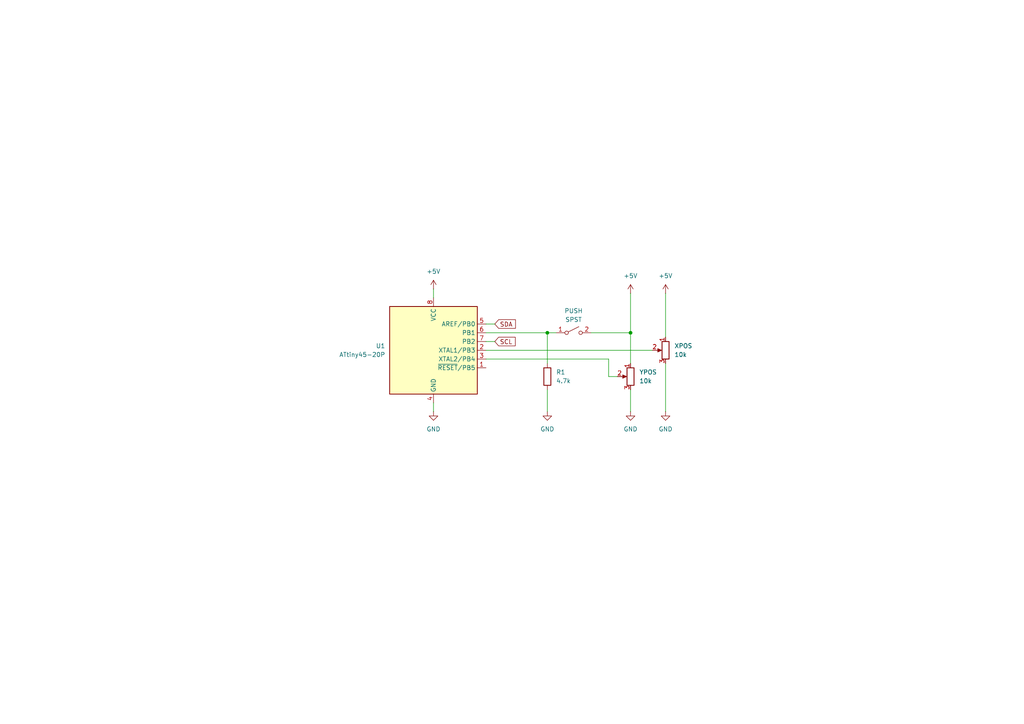
<source format=kicad_sch>
(kicad_sch (version 20231120) (generator "eeschema") (generator_version "8.0")
  (paper "A4")
  (lib_symbols
    (symbol "Device:R" (pin_numbers hide) (pin_names (offset 0))
      (property "Reference" "R" (at 2.032 0 90))
      (property "Value" "R" (at 0 0 90))
      (symbol "R_0_1"
        (rectangle (start -1.016 -2.54) (end 1.016 2.54) (stroke (width 0.254)))
      )
      (symbol "R_1_1"
        (pin passive line (at 0 3.81 270) (length 1.27) (name "~") (number "1"))
        (pin passive line (at 0 -3.81 90) (length 1.27) (name "~") (number "2"))
      )
    )
    (symbol "Device:R_Potentiometer" (pin_names (offset 1.016) hide)
      (property "Reference" "RV" (at -4.445 0 90))
      (property "Value" "R_Potentiometer" (at -2.54 0 90))
      (symbol "R_Potentiometer_0_1"
        (polyline (pts (xy 2.54 0) (xy 1.524 0)))
        (polyline (pts (xy 1.143 0) (xy 2.286 0.508) (xy 2.286 -0.508) (xy 1.143 0)) (fill (type outline)))
        (rectangle (start 1.016 2.54) (end -1.016 -2.54) (stroke (width 0.254)))
      )
      (symbol "R_Potentiometer_1_1"
        (pin passive line (at 0 3.81 270) (length 1.27) (name "1") (number "1"))
        (pin passive line (at 3.81 0 180) (length 1.27) (name "2") (number "2"))
        (pin passive line (at 0 -3.81 90) (length 1.27) (name "3") (number "3"))
      )
    )
    (symbol "MCU_Microchip_ATtiny:ATtiny45-20P"
      (property "Reference" "U" (at -12.7 13.97 0))
      (property "Value" "ATtiny45-20P" (at 2.54 -13.97 0))
      (symbol "ATtiny45-20P_0_1"
        (rectangle (start -12.7 -12.7) (end 12.7 12.7) (stroke (width 0.254)) (fill (type background)))
      )
      (symbol "ATtiny45-20P_1_1"
        (pin bidirectional line (at 15.24 -5.08 180) (length 2.54) (name "~{RESET}/PB5") (number "1"))
        (pin bidirectional line (at 15.24 0 180) (length 2.54) (name "XTAL1/PB3") (number "2"))
        (pin bidirectional line (at 15.24 -2.54 180) (length 2.54) (name "XTAL2/PB4") (number "3"))
        (pin power_in line (at 0 -15.24 90) (length 2.54) (name "GND") (number "4"))
        (pin bidirectional line (at 15.24 7.62 180) (length 2.54) (name "AREF/PB0") (number "5"))
        (pin bidirectional line (at 15.24 5.08 180) (length 2.54) (name "PB1") (number "6"))
        (pin bidirectional line (at 15.24 2.54 180) (length 2.54) (name "PB2") (number "7"))
        (pin power_in line (at 0 15.24 270) (length 2.54) (name "VCC") (number "8"))
      )
    )
    (symbol "Switch:SW_SPST" (pin_names (offset 0) hide)
      (property "Reference" "SW" (at 0 3.175 0))
      (property "Value" "SW_SPST" (at 0 -2.54 0))
      (symbol "SW_SPST_0_0"
        (circle (center -2.032 0) (radius 0.508))
        (polyline (pts (xy -1.524 0.254) (xy 1.524 1.778)))
        (circle (center 2.032 0) (radius 0.508))
      )
      (symbol "SW_SPST_1_1"
        (pin passive line (at -5.08 0 0) (length 2.54) (name "A") (number "1"))
        (pin passive line (at 5.08 0 180) (length 2.54) (name "B") (number "2"))
      )
    )
    (symbol "power:+5V" (power) (pin_numbers hide) (pin_names (offset 0) hide)
      (property "Value" "+5V" (at 0 3.556 0))
      (symbol "+5V_0_1"
        (polyline (pts (xy -0.762 1.27) (xy 0 2.54)))
        (polyline (pts (xy 0 0) (xy 0 2.54)))
        (polyline (pts (xy 0 2.54) (xy 0.762 1.27)))
      )
      (symbol "+5V_1_1"
        (pin power_in line (at 0 0 90) (length 0) (name "~") (number "1"))
      )
    )
    (symbol "power:GND" (power) (pin_numbers hide) (pin_names (offset 0) hide)
      (property "Value" "GND" (at 0 -3.81 0))
      (symbol "GND_0_1"
        (polyline (pts (xy 0 0) (xy 0 -1.27) (xy 1.27 -1.27) (xy 0 -2.54) (xy -1.27 -1.27) (xy 0 -1.27)))
      )
      (symbol "GND_1_1"
        (pin power_in line (at 0 0 270) (length 0) (name "~") (number "1"))
      )
    )
  )
  (junction (at 158.75 96.52))
  (junction (at 182.88 96.52))
  (wire (pts (xy 140.97 96.52) (xy 158.75 96.52)))
  (wire (pts (xy 182.88 85.09) (xy 182.88 96.52)))
  (wire (pts (xy 176.53 104.14) (xy 176.53 109.22)))
  (wire (pts (xy 125.73 83.82) (xy 125.73 86.36)))
  (wire (pts (xy 140.97 101.6) (xy 189.23 101.6)))
  (wire (pts (xy 158.75 113.03) (xy 158.75 119.38)))
  (wire (pts (xy 158.75 96.52) (xy 158.75 105.41)))
  (wire (pts (xy 158.75 96.52) (xy 161.29 96.52)))
  (wire (pts (xy 140.97 104.14) (xy 176.53 104.14)))
  (wire (pts (xy 140.97 93.98) (xy 143.51 93.98)))
  (wire (pts (xy 140.97 99.06) (xy 143.51 99.06)))
  (wire (pts (xy 125.73 116.84) (xy 125.73 119.38)))
  (wire (pts (xy 193.04 85.09) (xy 193.04 97.79)))
  (wire (pts (xy 182.88 96.52) (xy 182.88 105.41)))
  (wire (pts (xy 176.53 109.22) (xy 179.07 109.22)))
  (wire (pts (xy 182.88 113.03) (xy 182.88 119.38)))
  (wire (pts (xy 171.45 96.52) (xy 182.88 96.52)))
  (wire (pts (xy 193.04 105.41) (xy 193.04 119.38)))
  (global_label "SDA" (shape input) (at 143.51 93.98 0) (property "Intersheetrefs" "${INTERSHEET_REFS}" (effects (hide yes))))
  (global_label "SCL" (shape input) (at 143.51 99.06 0) (property "Intersheetrefs" "${INTERSHEET_REFS}" (effects (hide yes))))
  (symbol (lib_id "power:GND") (at 125.73 119.38 0) (unit 1)
    (property "Reference" "#PWR02" (effects (hide yes)))
    (property "Value" "GND" (at 125.73 124.46 0))
    (property "Description" "Power symbol creates a global label with name \"GND\" , ground" (effects (hide yes)))
  )
  (symbol (lib_id "power:GND") (at 182.88 119.38 0) (unit 1)
    (property "Reference" "#PWR03" (effects (hide yes)))
    (property "Value" "GND" (at 182.88 124.46 0))
    (property "Description" "Power symbol creates a global label with name \"GND\" , ground" (effects (hide yes)))
  )
  (symbol (lib_id "power:+5V") (at 125.73 83.82 0) (unit 1)
    (property "Reference" "#PWR01" (effects (hide yes)))
    (property "Value" "+5V" (at 125.73 78.74 0))
    (property "Description" "Power symbol creates a global label with name \"+5V\"" (effects (hide yes)))
  )
  (symbol (lib_id "power:GND") (at 193.04 119.38 0) (unit 1)
    (property "Reference" "#PWR04" (effects (hide yes)))
    (property "Value" "GND" (at 193.04 124.46 0))
    (property "Description" "Power symbol creates a global label with name \"GND\" , ground" (effects (hide yes)))
  )
  (symbol (lib_id "Device:R_Potentiometer") (at 182.88 109.22 0) (mirror y) (unit 1)
    (property "Reference" "YPOS" (at 185.42 107.9499 0) (effects (justify right)))
    (property "Value" "10k" (at 185.42 110.4899 0) (effects (justify right)))
    (property "Description" "Potentiometer" (effects (hide yes)))
  )
  (symbol (lib_id "Switch:SW_SPST") (at 166.37 96.52 0) (unit 1)
    (property "Reference" "PUSH" (at 166.37 90.17 0))
    (property "Value" "SPST" (at 166.37 92.71 0))
    (property "Description" "Single Pole Single Throw (SPST) switch" (effects (hide yes)))
  )
  (symbol (lib_id "power:GND") (at 158.75 119.38 0) (unit 1)
    (property "Reference" "#PWR07" (effects (hide yes)))
    (property "Value" "GND" (at 158.75 124.46 0))
    (property "Description" "Power symbol creates a global label with name \"GND\" , ground" (effects (hide yes)))
  )
  (symbol (lib_id "power:+5V") (at 193.04 85.09 0) (unit 1)
    (property "Reference" "#PWR05" (effects (hide yes)))
    (property "Value" "+5V" (at 193.04 80.01 0))
    (property "Description" "Power symbol creates a global label with name \"+5V\"" (effects (hide yes)))
  )
  (symbol (lib_id "power:+5V") (at 182.88 85.09 0) (unit 1)
    (property "Reference" "#PWR06" (effects (hide yes)))
    (property "Value" "+5V" (at 182.88 80.01 0))
    (property "Description" "Power symbol creates a global label with name \"+5V\"" (effects (hide yes)))
  )
  (symbol (lib_id "Device:R_Potentiometer") (at 193.04 101.6 0) (mirror y) (unit 1)
    (property "Reference" "XPOS" (at 195.58 100.3299 0) (effects (justify right)))
    (property "Value" "10k" (at 195.58 102.8699 0) (effects (justify right)))
    (property "Description" "Potentiometer" (effects (hide yes)))
  )
  (symbol (lib_id "MCU_Microchip_ATtiny:ATtiny45-20P") (at 125.73 101.6 0) (unit 1)
    (property "Reference" "U1" (at 111.76 100.3299 0) (effects (justify right)))
    (property "Value" "ATtiny45-20P" (at 111.76 102.8699 0) (effects (justify right)))
    (property "Footprint" "Package_DIP:DIP-8_W7.62mm" (effects (hide yes)))
    (property "Datasheet" "http://ww1.microchip.com/downloads/en/DeviceDoc/atmel-2586-avr-8-bit-microcontroller-attiny25-attiny45-attiny85_datasheet.pdf" (effects (hide yes)))
    (property "Description" "20MHz, 4kB Flash, 256B SRAM, 256B EEPROM, debugWIRE, DIP-8" (effects (hide yes)))
  )
  (symbol (lib_id "Device:R") (at 158.75 109.22 0) (unit 1)
    (property "Reference" "R1" (at 161.29 107.9499 0) (effects (justify left)))
    (property "Value" "4.7k" (at 161.29 110.4899 0) (effects (justify left)))
    (property "Description" "Resistor" (effects (hide yes)))
  )
)
</source>
